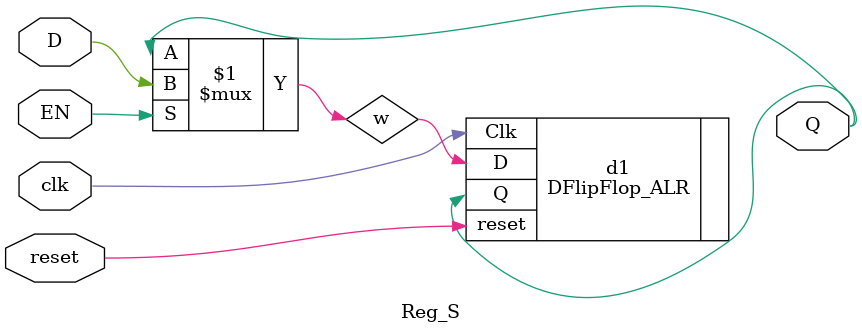
<source format=v>
module Reg_S(input D, input clk, input EN, input reset, output Q);
wire w;
assign w = EN ? D : Q;
DFlipFlop_ALR d1(.D(w), .Clk(clk), .reset(reset), .Q(Q));
endmodule

</source>
